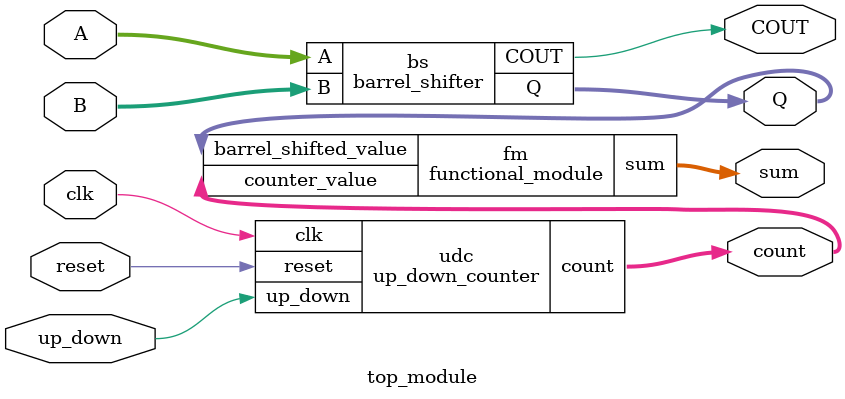
<source format=v>
module barrel_shifter (
    input [3:0] A,
    input [1:0] B,
    output [3:0] Q,
    output COUT
);

wire [3:0] shifted_value;
assign shifted_value = (B[1]) ? {A[3], A[3:1]} : (B[0]) ? {A[2:0], A[3]} : A;

assign Q = shifted_value;
assign COUT = shifted_value[0] & (B[1] | B[0]);

endmodule

module up_down_counter (
    input clk,
    input reset,
    input up_down,
    output reg [3:0] count
);

always @(posedge clk) begin
    if (reset) begin
        count <= 4'b0;
    end else if (up_down) begin
        count <= count + 1;
    end else begin
        count <= count - 1;
    end
end

endmodule

module functional_module (
    input [3:0] barrel_shifted_value,
    input [3:0] counter_value,
    output [7:0] sum
);

assign sum = {barrel_shifted_value, counter_value};

endmodule

module top_module (
    input clk,
    input reset,
    input up_down,
    input [3:0] A,
    input [1:0] B,
    output [3:0] Q,
    output COUT,
    output [3:0] count,
    output [7:0] sum
);

barrel_shifter bs (
    .A(A),
    .B(B),
    .Q(Q),
    .COUT(COUT)
);

up_down_counter udc (
    .clk(clk),
    .reset(reset),
    .up_down(up_down),
    .count(count)
);

functional_module fm (
    .barrel_shifted_value(Q),
    .counter_value(count),
    .sum(sum)
);

endmodule
</source>
